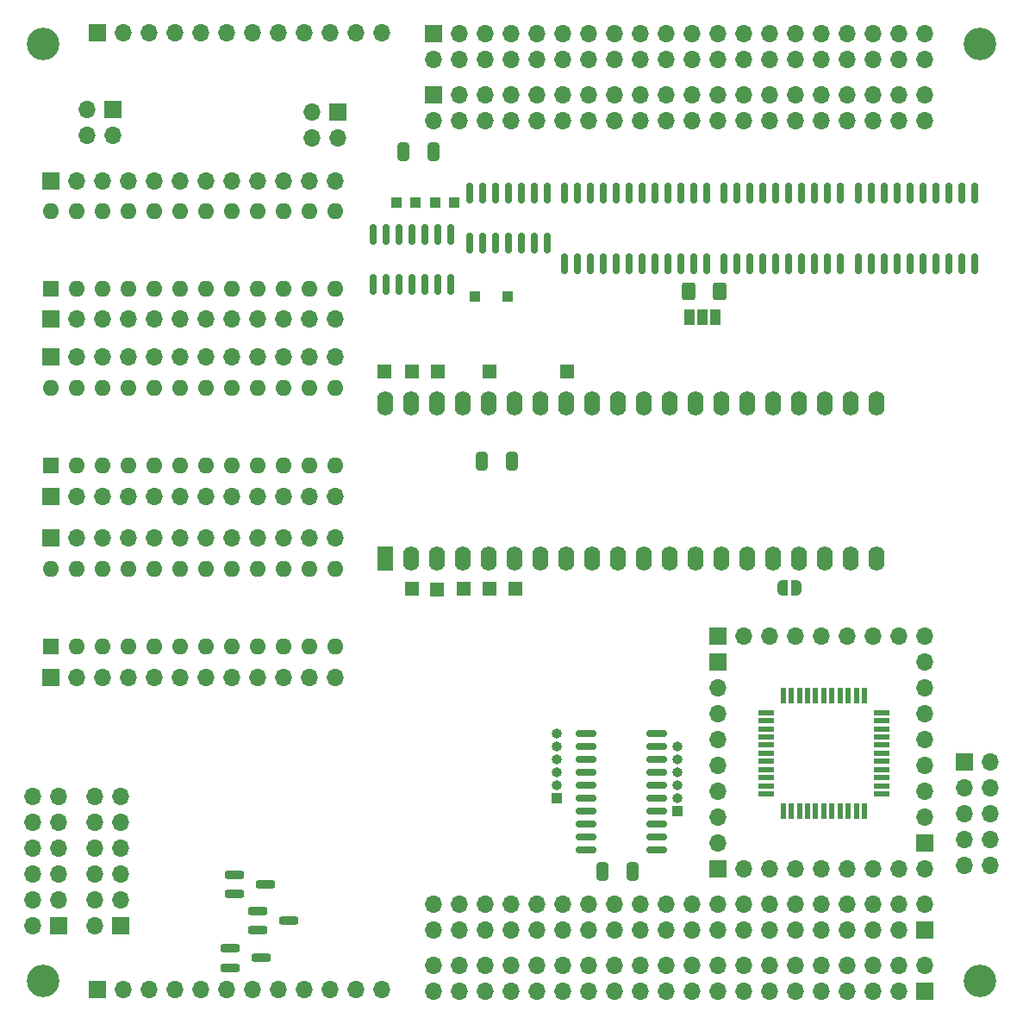
<source format=gbr>
%TF.GenerationSoftware,KiCad,Pcbnew,8.0.5-8.0.5-0~ubuntu22.04.1*%
%TF.CreationDate,2024-10-05T19:48:29+02:00*%
%TF.ProjectId,6809_CPU,36383039-5f43-4505-952e-6b696361645f,rev?*%
%TF.SameCoordinates,Original*%
%TF.FileFunction,Soldermask,Top*%
%TF.FilePolarity,Negative*%
%FSLAX46Y46*%
G04 Gerber Fmt 4.6, Leading zero omitted, Abs format (unit mm)*
G04 Created by KiCad (PCBNEW 8.0.5-8.0.5-0~ubuntu22.04.1) date 2024-10-05 19:48:29*
%MOMM*%
%LPD*%
G01*
G04 APERTURE LIST*
G04 Aperture macros list*
%AMRoundRect*
0 Rectangle with rounded corners*
0 $1 Rounding radius*
0 $2 $3 $4 $5 $6 $7 $8 $9 X,Y pos of 4 corners*
0 Add a 4 corners polygon primitive as box body*
4,1,4,$2,$3,$4,$5,$6,$7,$8,$9,$2,$3,0*
0 Add four circle primitives for the rounded corners*
1,1,$1+$1,$2,$3*
1,1,$1+$1,$4,$5*
1,1,$1+$1,$6,$7*
1,1,$1+$1,$8,$9*
0 Add four rect primitives between the rounded corners*
20,1,$1+$1,$2,$3,$4,$5,0*
20,1,$1+$1,$4,$5,$6,$7,0*
20,1,$1+$1,$6,$7,$8,$9,0*
20,1,$1+$1,$8,$9,$2,$3,0*%
%AMFreePoly0*
4,1,19,0.500000,-0.750000,0.000000,-0.750000,0.000000,-0.744911,-0.071157,-0.744911,-0.207708,-0.704816,-0.327430,-0.627875,-0.420627,-0.520320,-0.479746,-0.390866,-0.500000,-0.250000,-0.500000,0.250000,-0.479746,0.390866,-0.420627,0.520320,-0.327430,0.627875,-0.207708,0.704816,-0.071157,0.744911,0.000000,0.744911,0.000000,0.750000,0.500000,0.750000,0.500000,-0.750000,0.500000,-0.750000,
$1*%
%AMFreePoly1*
4,1,19,0.000000,0.744911,0.071157,0.744911,0.207708,0.704816,0.327430,0.627875,0.420627,0.520320,0.479746,0.390866,0.500000,0.250000,0.500000,-0.250000,0.479746,-0.390866,0.420627,-0.520320,0.327430,-0.627875,0.207708,-0.704816,0.071157,-0.744911,0.000000,-0.744911,0.000000,-0.750000,-0.500000,-0.750000,-0.500000,0.750000,0.000000,0.750000,0.000000,0.744911,0.000000,0.744911,
$1*%
G04 Aperture macros list end*
%ADD10R,1.000000X1.500000*%
%ADD11RoundRect,0.250000X0.325000X0.650000X-0.325000X0.650000X-0.325000X-0.650000X0.325000X-0.650000X0*%
%ADD12R,1.600000X1.600000*%
%ADD13O,1.600000X1.600000*%
%ADD14R,1.700000X1.700000*%
%ADD15O,1.700000X1.700000*%
%ADD16R,1.000000X1.000000*%
%ADD17R,1.350000X1.350000*%
%ADD18O,1.000000X1.000000*%
%ADD19RoundRect,0.150000X0.150000X-0.837500X0.150000X0.837500X-0.150000X0.837500X-0.150000X-0.837500X0*%
%ADD20RoundRect,0.200000X-0.750000X-0.200000X0.750000X-0.200000X0.750000X0.200000X-0.750000X0.200000X0*%
%ADD21RoundRect,0.150000X0.837500X0.150000X-0.837500X0.150000X-0.837500X-0.150000X0.837500X-0.150000X0*%
%ADD22R,1.600000X2.400000*%
%ADD23O,1.600000X2.400000*%
%ADD24C,3.200000*%
%ADD25RoundRect,0.150000X0.150000X-0.825000X0.150000X0.825000X-0.150000X0.825000X-0.150000X-0.825000X0*%
%ADD26RoundRect,0.250000X0.400000X0.625000X-0.400000X0.625000X-0.400000X-0.625000X0.400000X-0.625000X0*%
%ADD27R,0.550000X1.500000*%
%ADD28R,1.500000X0.550000*%
%ADD29FreePoly0,180.000000*%
%ADD30FreePoly1,180.000000*%
%ADD31RoundRect,0.150000X-0.150000X0.837500X-0.150000X-0.837500X0.150000X-0.837500X0.150000X0.837500X0*%
G04 APERTURE END LIST*
D10*
%TO.C,JP8*%
X117450600Y-80777795D03*
X118750600Y-80777795D03*
X120050600Y-80777795D03*
%TD*%
D11*
%TO.C,C5*%
X100077800Y-94996000D03*
X97127800Y-94996000D03*
%TD*%
D12*
%TO.C,J39*%
X54737000Y-113157000D03*
D13*
X57277000Y-113157000D03*
X59817000Y-113157000D03*
X62357000Y-113157000D03*
X64897000Y-113157000D03*
X67437000Y-113157000D03*
X69977000Y-113157000D03*
X72517000Y-113157000D03*
X75057000Y-113157000D03*
X77597000Y-113157000D03*
X80137000Y-113157000D03*
X82677000Y-113157000D03*
X82677000Y-105537000D03*
X80137000Y-105537000D03*
X77597000Y-105537000D03*
X75057000Y-105537000D03*
X72517000Y-105537000D03*
X69977000Y-105537000D03*
X67437000Y-105537000D03*
X64897000Y-105537000D03*
X62357000Y-105537000D03*
X59817000Y-105537000D03*
X57277000Y-105537000D03*
X54737000Y-105537000D03*
%TD*%
D14*
%TO.C,J8*%
X120300000Y-135043000D03*
D15*
X122840000Y-135043000D03*
X125380000Y-135043000D03*
X127920000Y-135043000D03*
X130460000Y-135043000D03*
X133000000Y-135043000D03*
X135540000Y-135043000D03*
X138080000Y-135043000D03*
X140620000Y-135043000D03*
%TD*%
D14*
%TO.C,J36*%
X61595000Y-140627000D03*
D15*
X59055000Y-140627000D03*
X61595000Y-138087000D03*
X59055000Y-138087000D03*
X61595000Y-135547000D03*
X59055000Y-135547000D03*
X61595000Y-133007000D03*
X59055000Y-133007000D03*
X61595000Y-130467000D03*
X59055000Y-130467000D03*
X61595000Y-127927000D03*
X59055000Y-127927000D03*
%TD*%
D16*
%TO.C,J13*%
X88702400Y-69550995D03*
%TD*%
D14*
%TO.C,J1*%
X92367000Y-53000000D03*
D15*
X92367000Y-55540000D03*
X94907000Y-53000000D03*
X94907000Y-55540000D03*
X97447000Y-53000000D03*
X97447000Y-55540000D03*
X99987000Y-53000000D03*
X99987000Y-55540000D03*
X102527000Y-53000000D03*
X102527000Y-55540000D03*
X105067000Y-53000000D03*
X105067000Y-55540000D03*
X107607000Y-53000000D03*
X107607000Y-55540000D03*
X110147000Y-53000000D03*
X110147000Y-55540000D03*
X112687000Y-53000000D03*
X112687000Y-55540000D03*
X115227000Y-53000000D03*
X115227000Y-55540000D03*
X117767000Y-53000000D03*
X117767000Y-55540000D03*
X120307000Y-53000000D03*
X120307000Y-55540000D03*
X122847000Y-53000000D03*
X122847000Y-55540000D03*
X125387000Y-53000000D03*
X125387000Y-55540000D03*
X127927000Y-53000000D03*
X127927000Y-55540000D03*
X130467000Y-53000000D03*
X130467000Y-55540000D03*
X133007000Y-53000000D03*
X133007000Y-55540000D03*
X135547000Y-53000000D03*
X135547000Y-55540000D03*
X138087000Y-53000000D03*
X138087000Y-55540000D03*
X140627000Y-53000000D03*
X140627000Y-55540000D03*
%TD*%
D16*
%TO.C,J14*%
X94417400Y-69550995D03*
%TD*%
D17*
%TO.C,J9*%
X90201000Y-107523995D03*
%TD*%
D16*
%TO.C,J11*%
X96449400Y-78821995D03*
%TD*%
%TO.C,J31*%
X116337600Y-129317195D03*
D18*
X116337600Y-128047195D03*
X116337600Y-126777195D03*
X116337600Y-125507195D03*
X116337600Y-124237195D03*
X116337600Y-122967195D03*
%TD*%
D19*
%TO.C,U3*%
X134053172Y-75556218D03*
X135323172Y-75556218D03*
X136593172Y-75556218D03*
X137863172Y-75556218D03*
X139133172Y-75556218D03*
X140403172Y-75556218D03*
X141673172Y-75556218D03*
X142943172Y-75556218D03*
X144213172Y-75556218D03*
X145483172Y-75556218D03*
X145483172Y-68631218D03*
X144213172Y-68631218D03*
X142943172Y-68631218D03*
X141673172Y-68631218D03*
X140403172Y-68631218D03*
X139133172Y-68631218D03*
X137863172Y-68631218D03*
X136593172Y-68631218D03*
X135323172Y-68631218D03*
X134053172Y-68631218D03*
%TD*%
D14*
%TO.C,J5*%
X120300000Y-112183000D03*
D15*
X122840000Y-112183000D03*
X125380000Y-112183000D03*
X127920000Y-112183000D03*
X130460000Y-112183000D03*
X133000000Y-112183000D03*
X135540000Y-112183000D03*
X138080000Y-112183000D03*
X140620000Y-112183000D03*
%TD*%
D14*
%TO.C,J4*%
X140627000Y-141000000D03*
D15*
X140627000Y-138460000D03*
X138087000Y-141000000D03*
X138087000Y-138460000D03*
X135547000Y-141000000D03*
X135547000Y-138460000D03*
X133007000Y-141000000D03*
X133007000Y-138460000D03*
X130467000Y-141000000D03*
X130467000Y-138460000D03*
X127927000Y-141000000D03*
X127927000Y-138460000D03*
X125387000Y-141000000D03*
X125387000Y-138460000D03*
X122847000Y-141000000D03*
X122847000Y-138460000D03*
X120307000Y-141000000D03*
X120307000Y-138460000D03*
X117767000Y-141000000D03*
X117767000Y-138460000D03*
X115227000Y-141000000D03*
X115227000Y-138460000D03*
X112687000Y-141000000D03*
X112687000Y-138460000D03*
X110147000Y-141000000D03*
X110147000Y-138460000D03*
X107607000Y-141000000D03*
X107607000Y-138460000D03*
X105067000Y-141000000D03*
X105067000Y-138460000D03*
X102527000Y-141000000D03*
X102527000Y-138460000D03*
X99987000Y-141000000D03*
X99987000Y-138460000D03*
X97447000Y-141000000D03*
X97447000Y-138460000D03*
X94907000Y-141000000D03*
X94907000Y-138460000D03*
X92367000Y-141000000D03*
X92367000Y-138460000D03*
%TD*%
D12*
%TO.C,J25*%
X54737000Y-95377000D03*
D13*
X57277000Y-95377000D03*
X59817000Y-95377000D03*
X62357000Y-95377000D03*
X64897000Y-95377000D03*
X67437000Y-95377000D03*
X69977000Y-95377000D03*
X72517000Y-95377000D03*
X75057000Y-95377000D03*
X77597000Y-95377000D03*
X80137000Y-95377000D03*
X82677000Y-95377000D03*
X82677000Y-87757000D03*
X80137000Y-87757000D03*
X77597000Y-87757000D03*
X75057000Y-87757000D03*
X72517000Y-87757000D03*
X69977000Y-87757000D03*
X67437000Y-87757000D03*
X64897000Y-87757000D03*
X62357000Y-87757000D03*
X59817000Y-87757000D03*
X57277000Y-87757000D03*
X54737000Y-87757000D03*
%TD*%
D11*
%TO.C,C4*%
X111870800Y-135260795D03*
X108920800Y-135260795D03*
%TD*%
D20*
%TO.C,D9*%
X72399000Y-142814000D03*
X72399000Y-144714000D03*
X75399000Y-143764000D03*
%TD*%
D21*
%TO.C,U21*%
X114271000Y-133127195D03*
X114271000Y-131857195D03*
X114271000Y-130587195D03*
X114271000Y-129317195D03*
X114271000Y-128047195D03*
X114271000Y-126777195D03*
X114271000Y-125507195D03*
X114271000Y-124237195D03*
X114271000Y-122967195D03*
X114271000Y-121697195D03*
X107346000Y-121697195D03*
X107346000Y-122967195D03*
X107346000Y-124237195D03*
X107346000Y-125507195D03*
X107346000Y-126777195D03*
X107346000Y-128047195D03*
X107346000Y-129317195D03*
X107346000Y-130587195D03*
X107346000Y-131857195D03*
X107346000Y-133127195D03*
%TD*%
D22*
%TO.C,U22*%
X87635600Y-104501395D03*
D23*
X90175600Y-104501395D03*
X92715600Y-104501395D03*
X95255600Y-104501395D03*
X97795600Y-104501395D03*
X100335600Y-104501395D03*
X102875600Y-104501395D03*
X105415600Y-104501395D03*
X107955600Y-104501395D03*
X110495600Y-104501395D03*
X113035600Y-104501395D03*
X115575600Y-104501395D03*
X118115600Y-104501395D03*
X120655600Y-104501395D03*
X123195600Y-104501395D03*
X125735600Y-104501395D03*
X128275600Y-104501395D03*
X130815600Y-104501395D03*
X133355600Y-104501395D03*
X135895600Y-104501395D03*
X135895600Y-89261395D03*
X133355600Y-89261395D03*
X130815600Y-89261395D03*
X128275600Y-89261395D03*
X125735600Y-89261395D03*
X123195600Y-89261395D03*
X120655600Y-89261395D03*
X118115600Y-89261395D03*
X115575600Y-89261395D03*
X113035600Y-89261395D03*
X110495600Y-89261395D03*
X107955600Y-89261395D03*
X105415600Y-89261395D03*
X102875600Y-89261395D03*
X100335600Y-89261395D03*
X97795600Y-89261395D03*
X95255600Y-89261395D03*
X92715600Y-89261395D03*
X90175600Y-89261395D03*
X87635600Y-89261395D03*
%TD*%
D12*
%TO.C,J24*%
X54732000Y-78049000D03*
D13*
X57272000Y-78049000D03*
X59812000Y-78049000D03*
X62352000Y-78049000D03*
X64892000Y-78049000D03*
X67432000Y-78049000D03*
X69972000Y-78049000D03*
X72512000Y-78049000D03*
X75052000Y-78049000D03*
X77592000Y-78049000D03*
X80132000Y-78049000D03*
X82672000Y-78049000D03*
X82672000Y-70429000D03*
X80132000Y-70429000D03*
X77592000Y-70429000D03*
X75052000Y-70429000D03*
X72512000Y-70429000D03*
X69972000Y-70429000D03*
X67432000Y-70429000D03*
X64892000Y-70429000D03*
X62352000Y-70429000D03*
X59812000Y-70429000D03*
X57272000Y-70429000D03*
X54732000Y-70429000D03*
%TD*%
D17*
%TO.C,J32*%
X90201000Y-86187995D03*
%TD*%
%TO.C,J16*%
X92690200Y-107549395D03*
%TD*%
D14*
%TO.C,J37*%
X55540000Y-140627000D03*
D15*
X53000000Y-140627000D03*
X55540000Y-138087000D03*
X53000000Y-138087000D03*
X55540000Y-135547000D03*
X53000000Y-135547000D03*
X55540000Y-133007000D03*
X53000000Y-133007000D03*
X55540000Y-130467000D03*
X53000000Y-130467000D03*
X55540000Y-127927000D03*
X53000000Y-127927000D03*
%TD*%
D16*
%TO.C,J15*%
X90607400Y-69550995D03*
%TD*%
D17*
%TO.C,J19*%
X105441000Y-86187995D03*
%TD*%
D14*
%TO.C,J40*%
X54737000Y-102489000D03*
D15*
X57277000Y-102489000D03*
X59817000Y-102489000D03*
X62357000Y-102489000D03*
X64897000Y-102489000D03*
X67437000Y-102489000D03*
X69977000Y-102489000D03*
X72517000Y-102489000D03*
X75057000Y-102489000D03*
X77597000Y-102489000D03*
X80137000Y-102489000D03*
X82677000Y-102489000D03*
%TD*%
D14*
%TO.C,J23*%
X54737000Y-98425000D03*
D15*
X57277000Y-98425000D03*
X59817000Y-98425000D03*
X62357000Y-98425000D03*
X64897000Y-98425000D03*
X67437000Y-98425000D03*
X69977000Y-98425000D03*
X72517000Y-98425000D03*
X75057000Y-98425000D03*
X77597000Y-98425000D03*
X80137000Y-98425000D03*
X82677000Y-98425000D03*
%TD*%
D14*
%TO.C,J41*%
X60833000Y-60414000D03*
D15*
X58293000Y-60414000D03*
X60833000Y-62954000D03*
X58293000Y-62954000D03*
%TD*%
D17*
%TO.C,J29*%
X97835000Y-86187995D03*
%TD*%
D14*
%TO.C,J20*%
X59340000Y-146893995D03*
D15*
X61880000Y-146893995D03*
X64420000Y-146893995D03*
X66960000Y-146893995D03*
X69500000Y-146893995D03*
X72040000Y-146893995D03*
X74580000Y-146893995D03*
X77120000Y-146893995D03*
X79660000Y-146893995D03*
X82200000Y-146893995D03*
X84740000Y-146893995D03*
X87280000Y-146893995D03*
%TD*%
D17*
%TO.C,J33*%
X87534000Y-86187995D03*
%TD*%
D14*
%TO.C,J2*%
X140627000Y-147000000D03*
D15*
X140627000Y-144460000D03*
X138087000Y-147000000D03*
X138087000Y-144460000D03*
X135547000Y-147000000D03*
X135547000Y-144460000D03*
X133007000Y-147000000D03*
X133007000Y-144460000D03*
X130467000Y-147000000D03*
X130467000Y-144460000D03*
X127927000Y-147000000D03*
X127927000Y-144460000D03*
X125387000Y-147000000D03*
X125387000Y-144460000D03*
X122847000Y-147000000D03*
X122847000Y-144460000D03*
X120307000Y-147000000D03*
X120307000Y-144460000D03*
X117767000Y-147000000D03*
X117767000Y-144460000D03*
X115227000Y-147000000D03*
X115227000Y-144460000D03*
X112687000Y-147000000D03*
X112687000Y-144460000D03*
X110147000Y-147000000D03*
X110147000Y-144460000D03*
X107607000Y-147000000D03*
X107607000Y-144460000D03*
X105067000Y-147000000D03*
X105067000Y-144460000D03*
X102527000Y-147000000D03*
X102527000Y-144460000D03*
X99987000Y-147000000D03*
X99987000Y-144460000D03*
X97447000Y-147000000D03*
X97447000Y-144460000D03*
X94907000Y-147000000D03*
X94907000Y-144460000D03*
X92367000Y-147000000D03*
X92367000Y-144460000D03*
%TD*%
D16*
%TO.C,J30*%
X104450400Y-128097995D03*
D18*
X104450400Y-126827995D03*
X104450400Y-125557995D03*
X104450400Y-124287995D03*
X104450400Y-123017995D03*
X104450400Y-121747995D03*
%TD*%
D14*
%TO.C,J6*%
X140620000Y-132503000D03*
D15*
X140620000Y-129963000D03*
X140620000Y-127423000D03*
X140620000Y-124883000D03*
X140620000Y-122343000D03*
X140620000Y-119803000D03*
X140620000Y-117263000D03*
X140620000Y-114723000D03*
%TD*%
D14*
%TO.C,J26*%
X54737000Y-67437000D03*
D15*
X57277000Y-67437000D03*
X59817000Y-67437000D03*
X62357000Y-67437000D03*
X64897000Y-67437000D03*
X67437000Y-67437000D03*
X69977000Y-67437000D03*
X72517000Y-67437000D03*
X75057000Y-67437000D03*
X77597000Y-67437000D03*
X80137000Y-67437000D03*
X82677000Y-67437000D03*
%TD*%
D19*
%TO.C,U2*%
X120895972Y-75572418D03*
X122165972Y-75572418D03*
X123435972Y-75572418D03*
X124705972Y-75572418D03*
X125975972Y-75572418D03*
X127245972Y-75572418D03*
X128515972Y-75572418D03*
X129785972Y-75572418D03*
X131055972Y-75572418D03*
X132325972Y-75572418D03*
X132325972Y-68647418D03*
X131055972Y-68647418D03*
X129785972Y-68647418D03*
X128515972Y-68647418D03*
X127245972Y-68647418D03*
X125975972Y-68647418D03*
X124705972Y-68647418D03*
X123435972Y-68647418D03*
X122165972Y-68647418D03*
X120895972Y-68647418D03*
%TD*%
D24*
%TO.C,H3*%
X146000000Y-54000000D03*
%TD*%
D14*
%TO.C,J38*%
X54737000Y-116205000D03*
D15*
X57277000Y-116205000D03*
X59817000Y-116205000D03*
X62357000Y-116205000D03*
X64897000Y-116205000D03*
X67437000Y-116205000D03*
X69977000Y-116205000D03*
X72517000Y-116205000D03*
X75057000Y-116205000D03*
X77597000Y-116205000D03*
X80137000Y-116205000D03*
X82677000Y-116205000D03*
%TD*%
D25*
%TO.C,U9*%
X86416400Y-77613995D03*
X87686400Y-77613995D03*
X88956400Y-77613995D03*
X90226400Y-77613995D03*
X91496400Y-77613995D03*
X92766400Y-77613995D03*
X94036400Y-77613995D03*
X94036400Y-72663995D03*
X92766400Y-72663995D03*
X91496400Y-72663995D03*
X90226400Y-72663995D03*
X88956400Y-72663995D03*
X87686400Y-72663995D03*
X86416400Y-72663995D03*
%TD*%
D16*
%TO.C,J12*%
X92512400Y-69550995D03*
%TD*%
D17*
%TO.C,J28*%
X92741000Y-86187995D03*
%TD*%
D14*
%TO.C,J7*%
X120300000Y-114723000D03*
D15*
X120300000Y-117263000D03*
X120300000Y-119803000D03*
X120300000Y-122343000D03*
X120300000Y-124883000D03*
X120300000Y-127423000D03*
X120300000Y-129963000D03*
X120300000Y-132503000D03*
%TD*%
D20*
%TO.C,D8*%
X72795000Y-135575000D03*
X72795000Y-137475000D03*
X75795000Y-136525000D03*
%TD*%
D16*
%TO.C,J10*%
X99624400Y-78821995D03*
%TD*%
D14*
%TO.C,J3*%
X92367000Y-59000000D03*
D15*
X92367000Y-61540000D03*
X94907000Y-59000000D03*
X94907000Y-61540000D03*
X97447000Y-59000000D03*
X97447000Y-61540000D03*
X99987000Y-59000000D03*
X99987000Y-61540000D03*
X102527000Y-59000000D03*
X102527000Y-61540000D03*
X105067000Y-59000000D03*
X105067000Y-61540000D03*
X107607000Y-59000000D03*
X107607000Y-61540000D03*
X110147000Y-59000000D03*
X110147000Y-61540000D03*
X112687000Y-59000000D03*
X112687000Y-61540000D03*
X115227000Y-59000000D03*
X115227000Y-61540000D03*
X117767000Y-59000000D03*
X117767000Y-61540000D03*
X120307000Y-59000000D03*
X120307000Y-61540000D03*
X122847000Y-59000000D03*
X122847000Y-61540000D03*
X125387000Y-59000000D03*
X125387000Y-61540000D03*
X127927000Y-59000000D03*
X127927000Y-61540000D03*
X130467000Y-59000000D03*
X130467000Y-61540000D03*
X133007000Y-59000000D03*
X133007000Y-61540000D03*
X135547000Y-59000000D03*
X135547000Y-61540000D03*
X138087000Y-59000000D03*
X138087000Y-61540000D03*
X140627000Y-59000000D03*
X140627000Y-61540000D03*
%TD*%
D14*
%TO.C,J22*%
X54737000Y-81026000D03*
D15*
X57277000Y-81026000D03*
X59817000Y-81026000D03*
X62357000Y-81026000D03*
X64897000Y-81026000D03*
X67437000Y-81026000D03*
X69977000Y-81026000D03*
X72517000Y-81026000D03*
X75057000Y-81026000D03*
X77597000Y-81026000D03*
X80137000Y-81026000D03*
X82677000Y-81026000D03*
%TD*%
D20*
%TO.C,D10*%
X75105000Y-139131000D03*
X75105000Y-141031000D03*
X78105000Y-140081000D03*
%TD*%
D17*
%TO.C,J17*%
X97871800Y-107498595D03*
%TD*%
D25*
%TO.C,U8*%
X95941400Y-73549995D03*
X97211400Y-73549995D03*
X98481400Y-73549995D03*
X99751400Y-73549995D03*
X101021400Y-73549995D03*
X102291400Y-73549995D03*
X103561400Y-73549995D03*
X103561400Y-68599995D03*
X102291400Y-68599995D03*
X101021400Y-68599995D03*
X99751400Y-68599995D03*
X98481400Y-68599995D03*
X97211400Y-68599995D03*
X95941400Y-68599995D03*
%TD*%
D26*
%TO.C,R2*%
X120477800Y-78237795D03*
X117377800Y-78237795D03*
%TD*%
D17*
%TO.C,J18*%
X100361000Y-107498595D03*
%TD*%
D24*
%TO.C,H1*%
X54000000Y-54000000D03*
%TD*%
D27*
%TO.C,U1*%
X126689000Y-129348800D03*
X127489000Y-129348800D03*
X128289000Y-129348800D03*
X129089000Y-129348800D03*
X129889000Y-129348800D03*
X130689000Y-129348800D03*
X131489000Y-129348800D03*
X132289000Y-129348800D03*
X133089000Y-129348800D03*
X133889000Y-129348800D03*
X134689000Y-129348800D03*
D28*
X136389000Y-127648800D03*
X136389000Y-126848800D03*
X136389000Y-126048800D03*
X136389000Y-125248800D03*
X136389000Y-124448800D03*
X136389000Y-123648800D03*
X136389000Y-122848800D03*
X136389000Y-122048800D03*
X136389000Y-121248800D03*
X136389000Y-120448800D03*
X136389000Y-119648800D03*
D27*
X134689000Y-117948800D03*
X133889000Y-117948800D03*
X133089000Y-117948800D03*
X132289000Y-117948800D03*
X131489000Y-117948800D03*
X130689000Y-117948800D03*
X129889000Y-117948800D03*
X129089000Y-117948800D03*
X128289000Y-117948800D03*
X127489000Y-117948800D03*
X126689000Y-117948800D03*
D28*
X124989000Y-119648800D03*
X124989000Y-120448800D03*
X124989000Y-121248800D03*
X124989000Y-122048800D03*
X124989000Y-122848800D03*
X124989000Y-123648800D03*
X124989000Y-124448800D03*
X124989000Y-125248800D03*
X124989000Y-126048800D03*
X124989000Y-126848800D03*
X124989000Y-127648800D03*
%TD*%
D29*
%TO.C,JP20*%
X127960400Y-107371595D03*
D30*
X126660400Y-107371595D03*
%TD*%
D14*
%TO.C,J42*%
X82931000Y-60706000D03*
D15*
X80391000Y-60706000D03*
X82931000Y-63246000D03*
X80391000Y-63246000D03*
%TD*%
D24*
%TO.C,H2*%
X54000000Y-146000000D03*
%TD*%
D17*
%TO.C,J27*%
X95281000Y-107523995D03*
%TD*%
D11*
%TO.C,C1*%
X92363600Y-64547195D03*
X89413600Y-64547195D03*
%TD*%
D14*
%TO.C,J35*%
X54737000Y-84709000D03*
D15*
X57277000Y-84709000D03*
X59817000Y-84709000D03*
X62357000Y-84709000D03*
X64897000Y-84709000D03*
X67437000Y-84709000D03*
X69977000Y-84709000D03*
X72517000Y-84709000D03*
X75057000Y-84709000D03*
X77597000Y-84709000D03*
X80137000Y-84709000D03*
X82677000Y-84709000D03*
%TD*%
D14*
%TO.C,J34*%
X144460000Y-124500000D03*
D15*
X147000000Y-124500000D03*
X144460000Y-127040000D03*
X147000000Y-127040000D03*
X144460000Y-129580000D03*
X147000000Y-129580000D03*
X144460000Y-132120000D03*
X147000000Y-132120000D03*
X144460000Y-134660000D03*
X147000000Y-134660000D03*
%TD*%
D14*
%TO.C,J21*%
X59340000Y-52913995D03*
D15*
X61880000Y-52913995D03*
X64420000Y-52913995D03*
X66960000Y-52913995D03*
X69500000Y-52913995D03*
X72040000Y-52913995D03*
X74580000Y-52913995D03*
X77120000Y-52913995D03*
X79660000Y-52913995D03*
X82200000Y-52913995D03*
X84740000Y-52913995D03*
X87280000Y-52913995D03*
%TD*%
D31*
%TO.C,U5*%
X119168772Y-68663618D03*
X117898772Y-68663618D03*
X116628772Y-68663618D03*
X115358772Y-68663618D03*
X114088772Y-68663618D03*
X112818772Y-68663618D03*
X111548772Y-68663618D03*
X110278772Y-68663618D03*
X109008772Y-68663618D03*
X107738772Y-68663618D03*
X106468772Y-68663618D03*
X105198772Y-68663618D03*
X105198772Y-75588618D03*
X106468772Y-75588618D03*
X107738772Y-75588618D03*
X109008772Y-75588618D03*
X110278772Y-75588618D03*
X111548772Y-75588618D03*
X112818772Y-75588618D03*
X114088772Y-75588618D03*
X115358772Y-75588618D03*
X116628772Y-75588618D03*
X117898772Y-75588618D03*
X119168772Y-75588618D03*
%TD*%
D24*
%TO.C,H4*%
X146000000Y-146000000D03*
%TD*%
M02*

</source>
